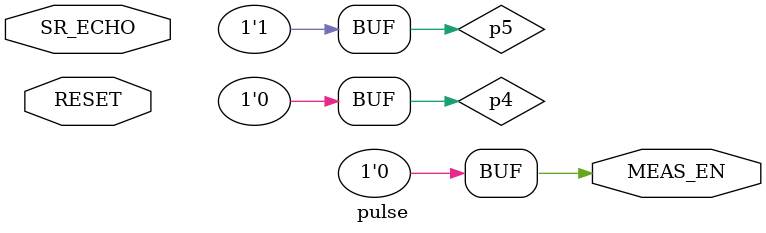
<source format=v>
`timescale 1ns / 1ps

module pulse(SR_ECHO, RESET, MEAS_EN);

	input SR_ECHO;
	input RESET;
	wire partial;

	output MEAS_EN;
	assign #1 partial = SR_ECHO || RESET;
	
	assign #1 p1 = !partial;
	assign #1 p2 = !p1;
	assign #1 p3 = !p2;
	assign #1 p4 = !(p3 || partial);
	assign #1 p5 = !p4;
	assign #1 MEAS_EN = !p5;
endmodule

</source>
